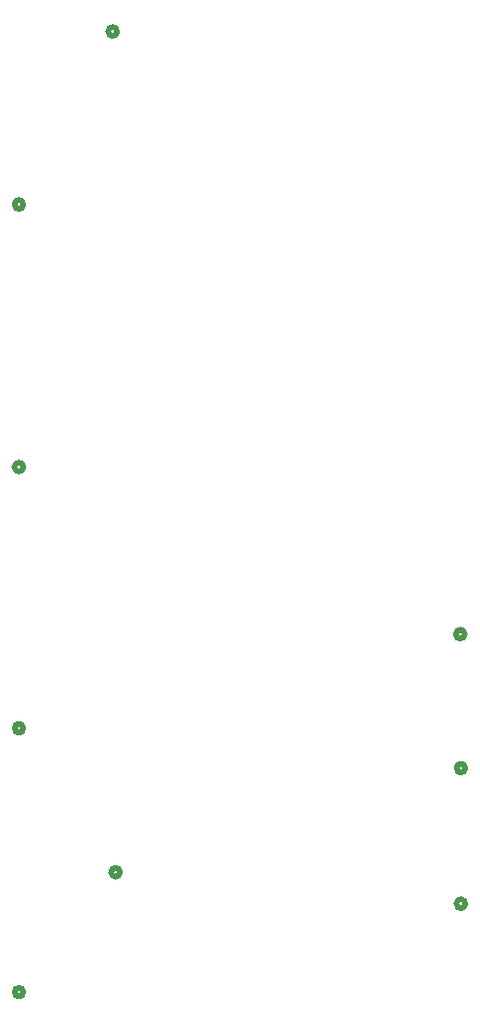
<source format=gbr>
%TF.GenerationSoftware,KiCad,Pcbnew,8.0.2-1*%
%TF.CreationDate,2024-11-16T17:30:41-05:00*%
%TF.ProjectId,JB_PCB,4a425f50-4342-42e6-9b69-6361645f7063,rev?*%
%TF.SameCoordinates,Original*%
%TF.FileFunction,Legend,Bot*%
%TF.FilePolarity,Positive*%
%FSLAX46Y46*%
G04 Gerber Fmt 4.6, Leading zero omitted, Abs format (unit mm)*
G04 Created by KiCad (PCBNEW 8.0.2-1) date 2024-11-16 17:30:41*
%MOMM*%
%LPD*%
G01*
G04 APERTURE LIST*
%ADD10C,0.508000*%
G04 APERTURE END LIST*
D10*
%TO.C,PWMGND1*%
X153327200Y-112820600D02*
G75*
G02*
X152565200Y-112820600I-381000J0D01*
G01*
X152565200Y-112820600D02*
G75*
G02*
X153327200Y-112820600I381000J0D01*
G01*
%TO.C,PWM2*%
X153381000Y-135675500D02*
G75*
G02*
X152619000Y-135675500I-381000J0D01*
G01*
X152619000Y-135675500D02*
G75*
G02*
X153381000Y-135675500I381000J0D01*
G01*
%TO.C,MOT_PWR1*%
X124078000Y-133000000D02*
G75*
G02*
X123316000Y-133000000I-381000J0D01*
G01*
X123316000Y-133000000D02*
G75*
G02*
X124078000Y-133000000I381000J0D01*
G01*
%TO.C,J6*%
X115881000Y-143157902D02*
G75*
G02*
X115119000Y-143157902I-381000J0D01*
G01*
X115119000Y-143157902D02*
G75*
G02*
X115881000Y-143157902I381000J0D01*
G01*
%TO.C,J4*%
X115881000Y-120803004D02*
G75*
G02*
X115119000Y-120803004I-381000J0D01*
G01*
X115119000Y-120803004D02*
G75*
G02*
X115881000Y-120803004I381000J0D01*
G01*
%TO.C,J3*%
X115881000Y-98657902D02*
G75*
G02*
X115119000Y-98657902I-381000J0D01*
G01*
X115119000Y-98657902D02*
G75*
G02*
X115881000Y-98657902I381000J0D01*
G01*
%TO.C,J2*%
X115881000Y-76407906D02*
G75*
G02*
X115119000Y-76407906I-381000J0D01*
G01*
X115119000Y-76407906D02*
G75*
G02*
X115881000Y-76407906I381000J0D01*
G01*
%TO.C,ARD_PWR1*%
X123828000Y-61750000D02*
G75*
G02*
X123066000Y-61750000I-381000J0D01*
G01*
X123066000Y-61750000D02*
G75*
G02*
X123828000Y-61750000I381000J0D01*
G01*
%TO.C,PWM1*%
X153381000Y-124175500D02*
G75*
G02*
X152619000Y-124175500I-381000J0D01*
G01*
X152619000Y-124175500D02*
G75*
G02*
X153381000Y-124175500I381000J0D01*
G01*
%TD*%
M02*

</source>
